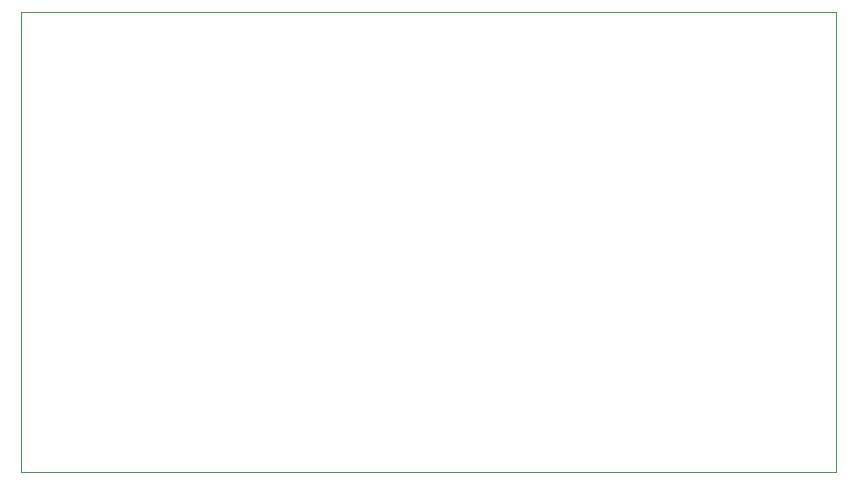
<source format=gm1>
%TF.GenerationSoftware,KiCad,Pcbnew,8.0.2-8.0.2-0~ubuntu22.04.1*%
%TF.CreationDate,2024-05-15T13:15:59-07:00*%
%TF.ProjectId,JPBms2,4a50426d-7332-42e6-9b69-6361645f7063,rev?*%
%TF.SameCoordinates,Original*%
%TF.FileFunction,Profile,NP*%
%FSLAX46Y46*%
G04 Gerber Fmt 4.6, Leading zero omitted, Abs format (unit mm)*
G04 Created by KiCad (PCBNEW 8.0.2-8.0.2-0~ubuntu22.04.1) date 2024-05-15 13:15:59*
%MOMM*%
%LPD*%
G01*
G04 APERTURE LIST*
%TA.AperFunction,Profile*%
%ADD10C,0.050000*%
%TD*%
G04 APERTURE END LIST*
D10*
X96000000Y-62000000D02*
X165000000Y-62000000D01*
X165000000Y-101000000D01*
X96000000Y-101000000D01*
X96000000Y-62000000D01*
M02*

</source>
